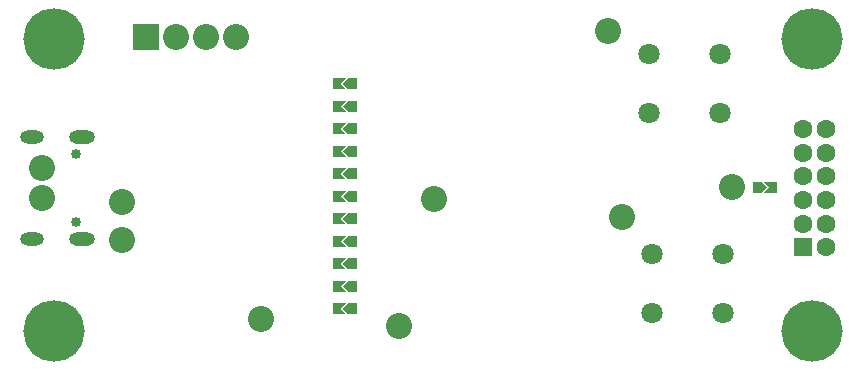
<source format=gbr>
%TF.GenerationSoftware,Altium Limited,Altium Designer,24.10.1 (45)*%
G04 Layer_Color=16711935*
%FSLAX45Y45*%
%MOMM*%
%TF.SameCoordinates,F50C4461-6059-43A5-BEE7-B7ABC5EDFC2B*%
%TF.FilePolarity,Negative*%
%TF.FileFunction,Soldermask,Bot*%
%TF.Part,Single*%
G01*
G75*
%TA.AperFunction,ComponentPad*%
%ADD73R,1.60320X1.60320*%
%ADD74C,1.60320*%
%ADD75C,2.20320*%
%ADD76R,2.20320X2.20320*%
%ADD77C,5.20320*%
%ADD78C,1.80320*%
%ADD79C,0.85319*%
%ADD80O,2.00160X1.10160*%
%ADD81O,2.20160X1.10160*%
%TA.AperFunction,SMDPad,CuDef*%
%ADD82C,2.20320*%
G36*
X2891190Y2430951D02*
X2817530D01*
X2775620Y2476671D01*
X2817530Y2522391D01*
X2891190D01*
Y2430951D01*
D02*
G37*
G36*
X2756753Y2476663D02*
X2798663Y2430943D01*
X2688173D01*
Y2522383D01*
X2798663D01*
X2756753Y2476663D01*
D02*
G37*
G36*
X2891190Y2240451D02*
X2817530D01*
X2775620Y2286171D01*
X2817530Y2331891D01*
X2891190D01*
Y2240451D01*
D02*
G37*
G36*
X2756753Y2286163D02*
X2798663Y2240443D01*
X2688173D01*
Y2331883D01*
X2798663D01*
X2756753Y2286163D01*
D02*
G37*
G36*
X2891190Y2049951D02*
X2817530D01*
X2775620Y2095671D01*
X2817530Y2141390D01*
X2891190D01*
Y2049951D01*
D02*
G37*
G36*
X2756753Y2095663D02*
X2798663Y2049943D01*
X2688173D01*
Y2141383D01*
X2798663D01*
X2756753Y2095663D01*
D02*
G37*
G36*
X2891190Y1859451D02*
X2817530D01*
X2775620Y1905171D01*
X2817530Y1950890D01*
X2891190D01*
Y1859451D01*
D02*
G37*
G36*
X2756753Y1905163D02*
X2798663Y1859443D01*
X2688173D01*
Y1950883D01*
X2798663D01*
X2756753Y1905163D01*
D02*
G37*
G36*
X2891190Y1668951D02*
X2817530D01*
X2775620Y1714671D01*
X2817530Y1760391D01*
X2891190D01*
Y1668951D01*
D02*
G37*
G36*
X2756753Y1714663D02*
X2798663Y1668943D01*
X2688173D01*
Y1760383D01*
X2798663D01*
X2756753Y1714663D01*
D02*
G37*
G36*
X6453439Y1555952D02*
X6342949D01*
X6384859Y1601672D01*
X6342949Y1647392D01*
X6453439D01*
Y1555952D01*
D02*
G37*
G36*
X6365992Y1601664D02*
X6324082Y1555944D01*
X6250422D01*
Y1647384D01*
X6324082D01*
X6365992Y1601664D01*
D02*
G37*
G36*
X2891191Y1478450D02*
X2817531D01*
X2775621Y1524170D01*
X2817530Y1569890D01*
X2891191D01*
Y1478450D01*
D02*
G37*
G36*
X2756753Y1524162D02*
X2798663Y1478442D01*
X2688173D01*
Y1569882D01*
X2798663Y1569883D01*
X2756753Y1524162D01*
D02*
G37*
G36*
X2891191Y1287951D02*
X2817531D01*
X2775621Y1333671D01*
X2817530Y1379390D01*
X2891191D01*
Y1287951D01*
D02*
G37*
G36*
X2756753Y1333663D02*
X2798663Y1287943D01*
X2688173D01*
Y1379383D01*
X2798663D01*
X2756753Y1333663D01*
D02*
G37*
G36*
X2891191Y1097451D02*
X2817531D01*
X2775621Y1143171D01*
X2817530Y1188890D01*
X2891191Y1188891D01*
Y1097451D01*
D02*
G37*
G36*
X2756753Y1143163D02*
X2798663Y1097443D01*
X2688173D01*
Y1188883D01*
X2798663D01*
X2756753Y1143163D01*
D02*
G37*
G36*
X2891191Y906951D02*
X2817531D01*
X2775621Y952671D01*
X2817530Y998390D01*
X2891191Y998391D01*
Y906951D01*
D02*
G37*
G36*
X2756753Y952663D02*
X2798663Y906943D01*
X2688173D01*
Y998383D01*
X2798663D01*
X2756753Y952663D01*
D02*
G37*
G36*
X2891190Y716451D02*
X2817530D01*
X2775620Y762171D01*
X2817530Y807891D01*
X2891190D01*
Y716451D01*
D02*
G37*
G36*
X2756753Y762163D02*
X2798663Y716443D01*
X2688173D01*
Y807883D01*
X2798663D01*
X2756753Y762163D01*
D02*
G37*
G36*
X2891190Y525951D02*
X2817530D01*
X2775620Y571671D01*
X2817530Y617391D01*
X2891190D01*
Y525951D01*
D02*
G37*
G36*
X2756753Y571663D02*
X2798663Y525943D01*
X2688173D01*
Y617382D01*
X2798663Y617383D01*
X2756753Y571663D01*
D02*
G37*
D73*
X6669100Y1093498D02*
D03*
D74*
X6869100D02*
D03*
X6669100Y1293498D02*
D03*
X6869100D02*
D03*
X6669100Y1493498D02*
D03*
X6869100D02*
D03*
X6669100Y1693497D02*
D03*
X6869100D02*
D03*
X6669100Y1893497D02*
D03*
X6869100D02*
D03*
X6669100Y2093496D02*
D03*
X6869100D02*
D03*
D75*
X1866900Y2870200D02*
D03*
X1612900D02*
D03*
X1358900D02*
D03*
D76*
X1104900D02*
D03*
D77*
X6743700Y2857500D02*
D03*
X330200D02*
D03*
Y381000D02*
D03*
X6743700D02*
D03*
D78*
X5964199Y2726500D02*
D03*
Y2226500D02*
D03*
X5364201Y2726500D02*
D03*
Y2226500D02*
D03*
X5389601Y537400D02*
D03*
Y1037399D02*
D03*
X5989599Y537400D02*
D03*
Y1037399D02*
D03*
D79*
X515569Y1304486D02*
D03*
Y1882488D02*
D03*
D80*
X145560Y1160989D02*
D03*
Y2026011D02*
D03*
D81*
X565559Y1160989D02*
D03*
Y2026011D02*
D03*
D82*
X5016500Y2921000D02*
D03*
X6070600Y1605400D02*
D03*
X228600Y1765300D02*
D03*
Y1511300D02*
D03*
X901700Y1473200D02*
D03*
Y1155700D02*
D03*
X2082800Y482600D02*
D03*
X3251200Y426500D02*
D03*
X5135202Y1349404D02*
D03*
X3543300Y1498600D02*
D03*
%TF.MD5,ed6580b82915f4f26415a46caab3b9c3*%
M02*

</source>
